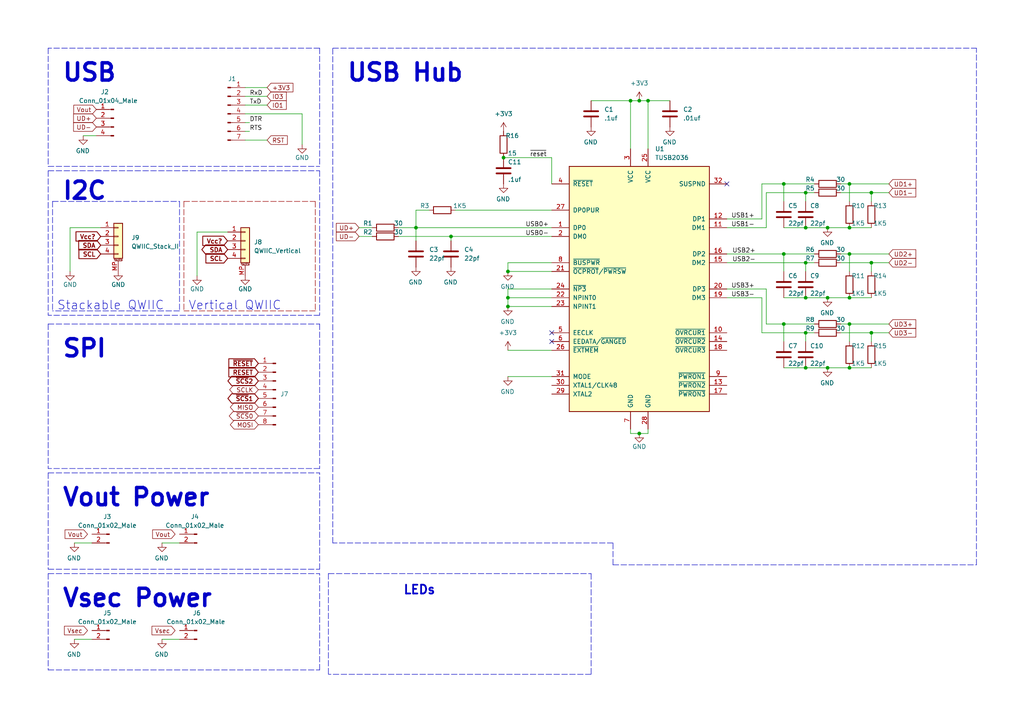
<source format=kicad_sch>
(kicad_sch (version 20211123) (generator eeschema)
  (paper "A4")
  (title_block (title "USB Hub") (rev "0.2.0") (company "The Nerd Mage"))
  (lib_symbols
    (symbol "Connector:Conn_01x02_Male" (pin_names (offset 1.016) hide)
      (property "Reference" "J" (at 0 2.54 0))
      (property "Value" "Conn_01x02_Male" (at 0 -5.08 0))
      (symbol "Conn_01x02_Male_1_1"
        (pin passive line (at 5.08 0 180) (length 3.81) (name "Pin_1") (number "1"))
        (pin passive line (at 5.08 -2.54 180) (length 3.81) (name "Pin_2") (number "2"))
      )
    )
    (symbol "Connector:Conn_01x04_Male" (pin_names (offset 1.016) hide)
      (property "Reference" "J" (at 0 5.08 0))
      (property "Value" "Conn_01x04_Male" (at 0 -7.62 0))
      (symbol "Conn_01x04_Male_1_1"
        (pin passive line (at 5.08 2.54 180) (length 3.81) (name "Pin_1") (number "1"))
        (pin passive line (at 5.08 0 180) (length 3.81) (name "Pin_2") (number "2"))
        (pin passive line (at 5.08 -2.54 180) (length 3.81) (name "Pin_3") (number "3"))
        (pin passive line (at 5.08 -5.08 180) (length 3.81) (name "Pin_4") (number "4"))
      )
    )
    (symbol "Connector:Conn_01x07_Male" (pin_names (offset 1.016) hide)
      (property "Reference" "J" (at 0 10.16 0))
      (property "Value" "Conn_01x07_Male" (at 0 -10.16 0))
      (symbol "Conn_01x07_Male_1_1"
        (pin passive line (at 5.08 7.62 180) (length 3.81) (name "Pin_1") (number "1"))
        (pin passive line (at 5.08 5.08 180) (length 3.81) (name "Pin_2") (number "2"))
        (pin passive line (at 5.08 2.54 180) (length 3.81) (name "Pin_3") (number "3"))
        (pin passive line (at 5.08 0 180) (length 3.81) (name "Pin_4") (number "4"))
        (pin passive line (at 5.08 -2.54 180) (length 3.81) (name "Pin_5") (number "5"))
        (pin passive line (at 5.08 -5.08 180) (length 3.81) (name "Pin_6") (number "6"))
        (pin passive line (at 5.08 -7.62 180) (length 3.81) (name "Pin_7") (number "7"))
      )
    )
    (symbol "Connector:Conn_01x08_Male" (pin_names (offset 1.016) hide)
      (property "Reference" "J" (at 0 10.16 0))
      (property "Value" "Conn_01x08_Male" (at 0 -12.7 0))
      (symbol "Conn_01x08_Male_1_1"
        (pin passive line (at 5.08 7.62 180) (length 3.81) (name "Pin_1") (number "1"))
        (pin passive line (at 5.08 5.08 180) (length 3.81) (name "Pin_2") (number "2"))
        (pin passive line (at 5.08 2.54 180) (length 3.81) (name "Pin_3") (number "3"))
        (pin passive line (at 5.08 0 180) (length 3.81) (name "Pin_4") (number "4"))
        (pin passive line (at 5.08 -2.54 180) (length 3.81) (name "Pin_5") (number "5"))
        (pin passive line (at 5.08 -5.08 180) (length 3.81) (name "Pin_6") (number "6"))
        (pin passive line (at 5.08 -7.62 180) (length 3.81) (name "Pin_7") (number "7"))
        (pin passive line (at 5.08 -10.16 180) (length 3.81) (name "Pin_8") (number "8"))
      )
    )
    (symbol "Connector_Generic_MountingPin:Conn_01x04_MountingPin" (pin_names (offset 1.016) hide)
      (property "Reference" "J" (at 0 5.08 0))
      (property "Value" "Conn_01x04_MountingPin" (at 1.27 -7.62 0))
      (symbol "Conn_01x04_MountingPin_1_1"
        (text "Mounting" (at 0 -6.731 0) (effects (font (size 0.381 0.381))))
        (pin passive line (at -5.08 2.54 0) (length 3.81) (name "Pin_1") (number "1"))
        (pin passive line (at -5.08 0 0) (length 3.81) (name "Pin_2") (number "2"))
        (pin passive line (at -5.08 -2.54 0) (length 3.81) (name "Pin_3") (number "3"))
        (pin passive line (at -5.08 -5.08 0) (length 3.81) (name "Pin_4") (number "4"))
        (pin passive line (at 0 -10.16 90) (length 3.048) (name "MountPin") (number "MP"))
      )
    )
    (symbol "Connector_QWIIC_Stackable:QWIIC_Stackable" (pin_names (offset 1.016) hide)
      (property "Reference" "J" (at 0 5.08 0))
      (property "Value" "QWIIC_Stackable" (at 1.27 -7.62 0))
      (symbol "QWIIC_Stackable_1_1"
        (text "Mounting" (at 0 -6.731 0) (effects (font (size 0.381 0.381))))
        (pin passive line (at -5.08 2.54 0) (length 3.81) (name "Pin_1") (number "1"))
        (pin passive line (at -5.08 0 0) (length 3.81) (name "Pin_2") (number "2"))
        (pin passive line (at -5.08 -2.54 0) (length 3.81) (name "Pin_3") (number "3"))
        (pin passive line (at -5.08 -5.08 0) (length 3.81) (name "Pin_4") (number "4"))
        (pin passive line (at 0 -10.16 90) (length 3.048) (name "MountPin") (number "MP"))
      )
    )
    (symbol "Device:C" (pin_numbers hide) (pin_names (offset 0.254))
      (property "Reference" "C" (at 0.635 2.54 0))
      (property "Value" "C" (at 0.635 -2.54 0))
      (symbol "C_1_1"
        (pin passive line (at 0 3.81 270) (length 2.794) (name "~") (number "1"))
        (pin passive line (at 0 -3.81 90) (length 2.794) (name "~") (number "2"))
      )
    )
    (symbol "Device:R" (pin_numbers hide) (pin_names (offset 0))
      (property "Reference" "R" (at 2.032 0 90))
      (property "Value" "R" (at 0 0 90))
      (symbol "R_1_1"
        (pin passive line (at 0 3.81 270) (length 1.27) (name "~") (number "1"))
        (pin passive line (at 0 -3.81 90) (length 1.27) (name "~") (number "2"))
      )
    )
    (symbol "Interface_USB:TUSB2036" (pin_names (offset 1.016))
      (property "Reference" "U" (at -19.05 36.83 0))
      (property "Value" "TUSB2036" (at 0 0 0))
      (symbol "TUSB2036_1_1"
        (pin bidirectional line (at -25.4 17.78 0) (length 5.08) (name "DP0") (number "1"))
        (pin input line (at 25.4 -12.7 180) (length 5.08) (name "~{OVRCUR1}") (number "10"))
        (pin bidirectional line (at 25.4 17.78 180) (length 5.08) (name "DM1") (number "11"))
        (pin bidirectional line (at 25.4 20.32 180) (length 5.08) (name "DP1") (number "12"))
        (pin output line (at 25.4 -27.94 180) (length 5.08) (name "~{PWRON2}") (number "13"))
        (pin input line (at 25.4 -15.24 180) (length 5.08) (name "~{OVRCUR2}") (number "14"))
        (pin bidirectional line (at 25.4 7.62 180) (length 5.08) (name "DM2") (number "15"))
        (pin bidirectional line (at 25.4 10.16 180) (length 5.08) (name "DP2") (number "16"))
        (pin output line (at 25.4 -30.48 180) (length 5.08) (name "~{PWRON3}") (number "17"))
        (pin input line (at 25.4 -17.78 180) (length 5.08) (name "~{OVRCUR3}") (number "18"))
        (pin bidirectional line (at 25.4 -2.54 180) (length 5.08) (name "DM3") (number "19"))
        (pin bidirectional line (at -25.4 15.24 0) (length 5.08) (name "DM0") (number "2"))
        (pin bidirectional line (at 25.4 0 180) (length 5.08) (name "DP3") (number "20"))
        (pin input line (at -25.4 5.08 0) (length 5.08) (name "~{OCPROT}/~{PWRSW}") (number "21"))
        (pin input line (at -25.4 -2.54 0) (length 5.08) (name "NPINT0") (number "22"))
        (pin input line (at -25.4 -5.08 0) (length 5.08) (name "NPINT1") (number "23"))
        (pin input line (at -25.4 0 0) (length 5.08) (name "~{NP3}") (number "24"))
        (pin power_in line (at 2.54 40.64 270) (length 5.08) (name "VCC") (number "25"))
        (pin input line (at -25.4 -17.78 0) (length 5.08) (name "~{EXTMEM}") (number "26"))
        (pin output line (at -25.4 22.86 0) (length 5.08) (name "DP0PUR") (number "27"))
        (pin power_in line (at 2.54 -40.64 90) (length 5.08) (name "GND") (number "28"))
        (pin output line (at -25.4 -30.48 0) (length 5.08) (name "XTAL2") (number "29"))
        (pin power_in line (at -2.54 40.64 270) (length 5.08) (name "VCC") (number "3"))
        (pin input line (at -25.4 -27.94 0) (length 5.08) (name "XTAL1/CLK48") (number "30"))
        (pin input line (at -25.4 -25.4 0) (length 5.08) (name "MODE") (number "31"))
        (pin output line (at 25.4 30.48 180) (length 5.08) (name "SUSPND") (number "32"))
        (pin input line (at -25.4 30.48 0) (length 5.08) (name "~{RESET}") (number "4"))
        (pin tri_state line (at -25.4 -12.7 0) (length 5.08) (name "EECLK") (number "5"))
        (pin bidirectional line (at -25.4 -15.24 0) (length 5.08) (name "EEDATA/~{GANGED}") (number "6"))
        (pin power_in line (at -2.54 -40.64 90) (length 5.08) (name "GND") (number "7"))
        (pin input line (at -25.4 7.62 0) (length 5.08) (name "~{BUSPWR}") (number "8"))
        (pin output line (at 25.4 -25.4 180) (length 5.08) (name "~{PWRON1}") (number "9"))
      )
    )
    (symbol "PGB1010603NR:PGB1010603NR" (pin_names hide)
      (property "Value" "PGB1010603NR" (at 10.16 -6.35 0))
      (property "Reference_1" "D" (at 12.7 8.89 0))
      (property "Value_1" "PGB1010603NR" (at 12.7 6.35 0))
      (symbol "PGB1010603NR_1_1"
        (pin passive line (at 0 0 0) (length 5.08) (name "1") (number "1"))
        (pin passive line (at 20.32 0 180) (length 5.08) (name "2") (number "2"))
      )
    )
    (symbol "power:+3V3" (power) (pin_names (offset 0))
      (property "Value" "+3V3" (at 0 3.556 0))
      (symbol "+3V3_1_1"
        (pin power_in line (at 0 0 90) (length 0) hide (name "+3V3") (number "1"))
      )
    )
    (symbol "power:GND" (power) (pin_names (offset 0))
      (property "Value" "GND" (at 0 -3.81 0))
      (symbol "GND_1_1"
        (pin power_in line (at 0 0 270) (length 0) hide (name "GND") (number "1"))
      )
    )
    (symbol "usb_c_receptacle_usb2.0:USB_C_Receptacle" (pin_names (offset 1.016))
      (property "Reference" "J" (at -10.16 19.05 0))
      (property "Value" "USB_C_Receptacle" (at 19.05 19.05 0))
      (symbol "USB_C_Receptacle_1_1"
        (pin passive line (at 0 -22.86 90) (length 5.08) (name "GND") (number "A1"))
        (pin passive line (at 0 -22.86 90) (length 5.08) hide (name "GND") (number "A12"))
        (pin passive line (at 15.24 15.24 180) (length 5.08) (name "VBUS") (number "A4"))
        (pin bidirectional line (at 15.24 10.16 180) (length 5.08) (name "CC1") (number "A5"))
        (pin bidirectional line (at 15.24 -2.54 180) (length 5.08) (name "D+") (number "A6"))
        (pin bidirectional line (at 15.24 2.54 180) (length 5.08) (name "D-") (number "A7"))
        (pin bidirectional line (at 15.24 -12.7 180) (length 5.08) (name "SBU1") (number "A8"))
        (pin passive line (at 15.24 15.24 180) (length 5.08) hide (name "VBUS") (number "A9"))
        (pin passive line (at 0 -22.86 90) (length 5.08) hide (name "GND") (number "B1"))
        (pin passive line (at 0 -22.86 90) (length 5.08) hide (name "GND") (number "B12"))
        (pin passive line (at 15.24 15.24 180) (length 5.08) hide (name "VBUS") (number "B4"))
        (pin bidirectional line (at 15.24 7.62 180) (length 5.08) (name "CC2") (number "B5"))
        (pin bidirectional line (at 15.24 -5.08 180) (length 5.08) (name "D+") (number "B6"))
        (pin bidirectional line (at 15.24 0 180) (length 5.08) (name "D-") (number "B7"))
        (pin bidirectional line (at 15.24 -15.24 180) (length 5.08) (name "SBU2") (number "B8"))
        (pin passive line (at 15.24 15.24 180) (length 5.08) hide (name "VBUS") (number "B9"))
        (pin passive line (at -7.62 -22.86 90) (length 5.08) (name "SHIELD") (number "S1"))
      )
    )
  )
  (junction (at 146.05 45.72))
  (junction (at 187.96 29.21))
  (junction (at 233.68 86.36))
  (junction (at 130.81 68.58))
  (junction (at 240.03 66.04))
  (junction (at 318.77 151.13))
  (junction (at 318.77 95.25))
  (junction (at 246.38 53.34))
  (junction (at 340.36 125.73))
  (junction (at 340.36 69.85))
  (junction (at 246.38 86.36))
  (junction (at 147.32 88.9))
  (junction (at 227.33 73.66))
  (junction (at 185.42 29.21))
  (junction (at 340.36 128.27))
  (junction (at 340.36 72.39))
  (junction (at 246.38 93.98))
  (junction (at 147.32 78.74))
  (junction (at 252.73 76.2))
  (junction (at 233.68 96.52))
  (junction (at 227.33 93.98))
  (junction (at 147.32 86.36))
  (junction (at 227.33 53.34))
  (junction (at 246.38 66.04))
  (junction (at 182.88 29.21))
  (junction (at 246.38 106.68))
  (junction (at 252.73 96.52))
  (junction (at 240.03 86.36))
  (junction (at 252.73 55.88))
  (junction (at 246.38 73.66))
  (junction (at 233.68 76.2))
  (junction (at 233.68 55.88))
  (junction (at 240.03 106.68))
  (junction (at 233.68 66.04))
  (junction (at 185.42 125.73))
  (junction (at 233.68 106.68))
  (junction (at 120.65 66.04))
  (no_connect (at 337.82 85.09))
  (no_connect (at 210.82 53.34))
  (no_connect (at 160.02 99.06))
  (no_connect (at 337.82 140.97))
  (no_connect (at 337.82 138.43))
  (no_connect (at 160.02 96.52))
  (no_connect (at 337.82 82.55))
  (wire (pts (xy 337.82 62.23) (xy 342.9 62.23)))
  (wire (pts (xy 147.32 83.82) (xy 147.32 86.36)))
  (wire (pts (xy 337.82 110.49) (xy 342.9 110.49)))
  (wire (pts (xy 243.84 53.34) (xy 246.38 53.34)))
  (wire (pts (xy 337.82 125.73) (xy 340.36 125.73)))
  (wire (pts (xy 233.68 55.88) (xy 233.68 58.42)))
  (wire (pts (xy 340.36 74.93) (xy 340.36 72.39)))
  (wire (pts (xy 246.38 93.98) (xy 257.81 93.98)))
  (wire (pts (xy 233.68 76.2) (xy 233.68 78.74)))
  (wire (pts (xy 147.32 88.9) (xy 160.02 88.9)))
  (wire (pts (xy 337.82 118.11) (xy 342.9 118.11)))
  (wire (pts (xy 318.77 95.25) (xy 318.77 97.79)))
  (polyline (pts (xy 95.25 166.37) (xy 171.45 166.37)))
  (wire (pts (xy 147.32 76.2) (xy 147.32 78.74)))
  (wire (pts (xy 71.12 25.4) (xy 77.47 25.4)))
  (wire (pts (xy 227.33 78.74) (xy 227.33 73.66)))
  (polyline (pts (xy 304.8 158.75) (xy 353.06 158.75)))
  (wire (pts (xy 252.73 76.2) (xy 252.73 78.74)))
  (wire (pts (xy 340.36 72.39) (xy 342.9 72.39)))
  (wire (pts (xy 187.96 125.73) (xy 185.42 125.73)))
  (wire (pts (xy 340.36 69.85) (xy 342.9 69.85)))
  (polyline (pts (xy 13.97 194.31) (xy 92.71 194.31)))
  (polyline (pts (xy 95.25 166.37) (xy 95.25 195.58)))
  (wire (pts (xy 182.88 29.21) (xy 182.88 43.18)))
  (wire (pts (xy 132.08 60.96) (xy 160.02 60.96)))
  (wire (pts (xy 340.36 125.73) (xy 342.9 125.73)))
  (wire (pts (xy 227.33 99.06) (xy 227.33 93.98)))
  (polyline (pts (xy 92.71 194.31) (xy 92.71 166.37)))
  (wire (pts (xy 210.82 73.66) (xy 227.33 73.66)))
  (polyline (pts (xy 92.71 91.44) (xy 13.97 91.44)))
  (polyline (pts (xy 53.34 58.42) (xy 91.44 58.42)) (stroke (width 0) (color 155 0 0 1)))
  (wire (pts (xy 222.25 66.04) (xy 222.25 55.88)))
  (wire (pts (xy 252.73 96.52) (xy 252.73 99.06)))
  (wire (pts (xy 210.82 86.36) (xy 220.98 86.36)))
  (wire (pts (xy 243.84 96.52) (xy 252.73 96.52)))
  (wire (pts (xy 222.25 83.82) (xy 222.25 93.98)))
  (wire (pts (xy 71.12 30.48) (xy 77.47 30.48)))
  (wire (pts (xy 147.32 86.36) (xy 160.02 86.36)))
  (wire (pts (xy 233.68 86.36) (xy 240.03 86.36)))
  (wire (pts (xy 246.38 53.34) (xy 257.81 53.34)))
  (wire (pts (xy 160.02 78.74) (xy 147.32 78.74)))
  (wire (pts (xy 187.96 29.21) (xy 194.31 29.21)))
  (wire (pts (xy 243.84 76.2) (xy 252.73 76.2)))
  (wire (pts (xy 29.21 66.04) (xy 20.32 66.04)))
  (wire (pts (xy 233.68 76.2) (xy 236.22 76.2)))
  (wire (pts (xy 240.03 86.36) (xy 246.38 86.36)))
  (wire (pts (xy 233.68 55.88) (xy 236.22 55.88)))
  (wire (pts (xy 182.88 125.73) (xy 182.88 124.46)))
  (polyline (pts (xy 53.34 58.42) (xy 53.34 90.17)) (stroke (width 0) (color 155 0 0 1)))
  (wire (pts (xy 130.81 68.58) (xy 160.02 68.58)))
  (wire (pts (xy 160.02 45.72) (xy 160.02 53.34)))
  (wire (pts (xy 337.82 128.27) (xy 340.36 128.27)))
  (polyline (pts (xy 13.97 49.53) (xy 92.71 49.53)))
  (wire (pts (xy 210.82 76.2) (xy 233.68 76.2)))
  (wire (pts (xy 318.77 151.13) (xy 318.77 153.67)))
  (polyline (pts (xy 13.97 166.37) (xy 92.71 166.37)))
  (wire (pts (xy 222.25 55.88) (xy 233.68 55.88)))
  (wire (pts (xy 147.32 86.36) (xy 147.32 88.9)))
  (polyline (pts (xy 353.06 13.97) (xy 353.06 158.75)))
  (wire (pts (xy 227.33 58.42) (xy 227.33 53.34)))
  (wire (pts (xy 182.88 29.21) (xy 185.42 29.21)))
  (wire (pts (xy 337.82 69.85) (xy 340.36 69.85)))
  (wire (pts (xy 252.73 55.88) (xy 257.81 55.88)))
  (polyline (pts (xy 92.71 93.98) (xy 92.71 135.89)))
  (wire (pts (xy 104.14 66.04) (xy 107.95 66.04)))
  (wire (pts (xy 171.45 29.21) (xy 182.88 29.21)))
  (polyline (pts (xy 171.45 195.58) (xy 95.25 195.58)))
  (wire (pts (xy 246.38 93.98) (xy 246.38 99.06)))
  (wire (pts (xy 210.82 63.5) (xy 220.98 63.5)))
  (wire (pts (xy 246.38 86.36) (xy 252.73 86.36)))
  (wire (pts (xy 222.25 93.98) (xy 227.33 93.98)))
  (polyline (pts (xy 15.24 58.42) (xy 52.07 58.42)))
  (wire (pts (xy 227.33 53.34) (xy 236.22 53.34)))
  (wire (pts (xy 318.77 151.13) (xy 322.58 151.13)))
  (wire (pts (xy 320.04 40.64) (xy 316.23 40.64)))
  (wire (pts (xy 314.96 151.13) (xy 318.77 151.13)))
  (wire (pts (xy 27.94 39.37) (xy 24.13 39.37)))
  (wire (pts (xy 227.33 73.66) (xy 236.22 73.66)))
  (wire (pts (xy 120.65 66.04) (xy 120.65 69.85)))
  (wire (pts (xy 187.96 124.46) (xy 187.96 125.73)))
  (wire (pts (xy 187.96 29.21) (xy 187.96 43.18)))
  (wire (pts (xy 252.73 55.88) (xy 252.73 58.42)))
  (wire (pts (xy 130.81 68.58) (xy 130.81 69.85)))
  (wire (pts (xy 160.02 76.2) (xy 147.32 76.2)))
  (polyline (pts (xy 96.52 157.48) (xy 96.52 13.97)))
  (polyline (pts (xy 92.71 13.97) (xy 13.97 13.97)))
  (polyline (pts (xy 91.44 58.42) (xy 91.44 90.17)) (stroke (width 0) (color 155 0 0 1)))
  (wire (pts (xy 66.04 69.85) (xy 65.9851 69.8684)))
  (polyline (pts (xy 15.24 58.42) (xy 15.24 90.17)))
  (wire (pts (xy 340.36 130.81) (xy 340.36 128.27)))
  (wire (pts (xy 71.12 40.64) (xy 77.47 40.64)))
  (polyline (pts (xy 96.52 13.97) (xy 283.21 13.97)))
  (wire (pts (xy 185.42 125.73) (xy 182.88 125.73)))
  (polyline (pts (xy 177.8 157.48) (xy 96.52 157.48)))
  (wire (pts (xy 340.36 123.19) (xy 340.36 125.73)))
  (wire (pts (xy 314.96 148.59) (xy 314.96 151.13)))
  (wire (pts (xy 87.63 33.02) (xy 71.12 33.02)))
  (wire (pts (xy 240.03 66.04) (xy 246.38 66.04)))
  (polyline (pts (xy 13.97 137.16) (xy 13.97 165.1)))
  (polyline (pts (xy 92.71 49.53) (xy 92.71 91.44)))
  (wire (pts (xy 46.99 157.48) (xy 52.07 157.48)))
  (wire (pts (xy 337.82 54.61) (xy 342.9 54.61)))
  (wire (pts (xy 322.58 148.59) (xy 322.58 151.13)))
  (wire (pts (xy 220.98 86.36) (xy 220.98 96.52)))
  (wire (pts (xy 21.59 157.48) (xy 26.67 157.48)))
  (wire (pts (xy 71.12 38.1) (xy 72.39 38.1)))
  (polyline (pts (xy 177.8 163.83) (xy 177.8 157.48)))
  (wire (pts (xy 252.73 76.2) (xy 257.81 76.2)))
  (wire (pts (xy 120.65 66.04) (xy 160.02 66.04)))
  (wire (pts (xy 337.82 74.93) (xy 340.36 74.93)))
  (polyline (pts (xy 13.97 93.98) (xy 92.71 93.98)))
  (wire (pts (xy 71.12 27.94) (xy 77.47 27.94)))
  (wire (pts (xy 57.15 67.31) (xy 57.15 80.01)))
  (wire (pts (xy 227.33 66.04) (xy 233.68 66.04)))
  (wire (pts (xy 220.98 96.52) (xy 233.68 96.52)))
  (polyline (pts (xy 13.97 166.37) (xy 13.97 194.31)))
  (wire (pts (xy 220.98 53.34) (xy 227.33 53.34)))
  (polyline (pts (xy 91.44 90.17) (xy 53.34 90.17)) (stroke (width 0) (color 155 0 0 1)))
  (wire (pts (xy 185.42 29.21) (xy 187.96 29.21)))
  (wire (pts (xy 340.36 128.27) (xy 342.9 128.27)))
  (wire (pts (xy 243.84 73.66) (xy 246.38 73.66)))
  (polyline (pts (xy 13.97 13.97) (xy 13.97 48.26)))
  (wire (pts (xy 147.32 83.82) (xy 160.02 83.82)))
  (wire (pts (xy 227.33 106.68) (xy 233.68 106.68)))
  (wire (pts (xy 337.82 72.39) (xy 340.36 72.39)))
  (wire (pts (xy 46.99 185.42) (xy 52.07 185.42)))
  (wire (pts (xy 322.58 92.71) (xy 322.58 95.25)))
  (polyline (pts (xy 13.97 137.16) (xy 92.71 137.16)))
  (wire (pts (xy 227.33 93.98) (xy 236.22 93.98)))
  (polyline (pts (xy 52.07 90.17) (xy 15.24 90.17)))
  (wire (pts (xy 233.68 66.04) (xy 240.03 66.04)))
  (wire (pts (xy 227.33 86.36) (xy 233.68 86.36)))
  (polyline (pts (xy 304.8 13.97) (xy 304.8 158.75)))
  (wire (pts (xy 246.38 66.04) (xy 252.73 66.04)))
  (wire (pts (xy 66.04 67.31) (xy 57.15 67.31)))
  (wire (pts (xy 246.38 106.68) (xy 252.73 106.68)))
  (wire (pts (xy 240.03 106.68) (xy 246.38 106.68)))
  (wire (pts (xy 120.65 60.96) (xy 120.65 66.04)))
  (wire (pts (xy 147.32 109.22) (xy 160.02 109.22)))
  (wire (pts (xy 337.82 115.57) (xy 342.9 115.57)))
  (wire (pts (xy 243.84 55.88) (xy 252.73 55.88)))
  (wire (pts (xy 243.84 93.98) (xy 246.38 93.98)))
  (wire (pts (xy 87.63 41.91) (xy 87.63 33.02)))
  (polyline (pts (xy 52.07 58.42) (xy 52.07 90.17)))
  (polyline (pts (xy 177.8 163.83) (xy 283.21 163.83)))
  (wire (pts (xy 160.02 101.6) (xy 147.32 101.6)))
  (wire (pts (xy 246.38 53.34) (xy 246.38 58.42)))
  (wire (pts (xy 337.82 67.31) (xy 340.36 67.31)))
  (wire (pts (xy 318.77 95.25) (xy 322.58 95.25)))
  (polyline (pts (xy 92.71 165.1) (xy 92.71 137.16)))
  (wire (pts (xy 20.32 66.04) (xy 20.32 78.74)))
  (wire (pts (xy 233.68 96.52) (xy 233.68 99.06)))
  (wire (pts (xy 337.82 59.69) (xy 342.9 59.69)))
  (wire (pts (xy 252.73 96.52) (xy 257.81 96.52)))
  (wire (pts (xy 337.82 130.81) (xy 340.36 130.81)))
  (wire (pts (xy 314.96 92.71) (xy 314.96 95.25)))
  (wire (pts (xy 246.38 73.66) (xy 257.81 73.66)))
  (wire (pts (xy 337.82 123.19) (xy 340.36 123.19)))
  (polyline (pts (xy 92.71 13.97) (xy 92.71 48.26)))
  (polyline (pts (xy 171.45 166.37) (xy 171.45 195.58)))
  (wire (pts (xy 246.38 73.66) (xy 246.38 78.74)))
  (wire (pts (xy 220.98 63.5) (xy 220.98 53.34)))
  (wire (pts (xy 115.57 68.58) (xy 130.81 68.58)))
  (polyline (pts (xy 13.97 93.98) (xy 13.97 135.89)))
  (wire (pts (xy 146.05 45.72) (xy 160.02 45.72)))
  (wire (pts (xy 210.82 66.04) (xy 222.25 66.04)))
  (wire (pts (xy 314.96 95.25) (xy 318.77 95.25)))
  (wire (pts (xy 71.12 35.56) (xy 72.39 35.56)))
  (polyline (pts (xy 283.21 163.83) (xy 283.21 13.97)))
  (wire (pts (xy 124.46 60.96) (xy 120.65 60.96)))
  (polyline (pts (xy 13.97 48.26) (xy 92.71 48.26)))
  (wire (pts (xy 233.68 106.68) (xy 240.03 106.68)))
  (wire (pts (xy 340.36 67.31) (xy 340.36 69.85)))
  (wire (pts (xy 233.68 96.52) (xy 236.22 96.52)))
  (wire (pts (xy 210.82 83.82) (xy 222.25 83.82)))
  (polyline (pts (xy 353.06 13.97) (xy 304.8 13.97)))
  (polyline (pts (xy 13.97 165.1) (xy 92.71 165.1)))
  (polyline (pts (xy 92.71 135.89) (xy 13.97 135.89)))
  (wire (pts (xy 21.59 185.42) (xy 26.67 185.42)))
  (wire (pts (xy 115.57 66.04) (xy 120.65 66.04)))
  (wire (pts (xy 104.14 68.58) (xy 107.95 68.58)))
  (polyline (pts (xy 13.97 49.53) (xy 13.97 91.44)))
  (text "USB out" (at 308.61 24.13 0) (effects (font (size 5 5) (thickness 1) bold) (justify left bottom)))
  (text "Vout Power" (at 17.78 147.32 0) (effects (font (size 5 5) (thickness 1) bold) (justify left bottom)))
  (text "I2C" (at 17.78 58.42 0) (effects (font (size 5 5) (thickness 1) bold) (justify left bottom)))
  (text "Stackable QWIIC" (at 16.51 90.17 0) (effects (font (size 2.54 2.54)) (justify left bottom)))
  (text "SPI" (at 17.78 104.14 0) (effects (font (size 5 5) (thickness 1) bold) (justify left bottom)))
  (text "Vsec Power" (at 17.78 176.53 0) (effects (font (size 5 5) (thickness 1) bold) (justify left bottom)))
  (text "USB" (at 17.78 24.13 0) (effects (font (size 5 5) (thickness 1) bold) (justify left bottom)))
  (text "USB Hub" (at 100.33 24.13 0) (effects (font (size 5 5) (thickness 1) bold) (justify left bottom)))
  (text "LCSC: C10677" (at 320.04 180.34 0) (effects (font (size 1.27 1.27) italic) (justify left bottom)))
  (text "Vertical QWIIC" (at 54.61 90.17 0) (effects (font (size 2.54 2.54)) (justify left bottom)))
  (text "LEDs" (at 116.84 172.72 180) (effects (font (size 2.54 2.54) (thickness 0.508) bold) (justify left bottom)))
  (label "USB0+" (at 152.4 66.04 0))
  (label "TxD" (at 72.39 30.48 0))
  (label "USB2+" (at 212.3902 73.66 0))
  (label "USB1+" (at 212.09 63.5 0))
  (label "~{reset}" (at 153.67 45.72 0))
  (label "USB1-" (at 212.09 66.04 0))
  (label "USB2-" (at 212.3902 76.2 0))
  (label "DTR" (at 72.39 35.56 0))
  (label "USB0-" (at 152.4 68.58 0))
  (label "RTS" (at 72.39 38.1 0))
  (label "RxD" (at 72.39 27.94 0))
  (label "USB3-" (at 212.09 86.36 0))
  (label "USB3+" (at 212.09 83.82 0))
  (global_label "UD2+" (shape input) (at 257.81 73.66 0) (property "Intersheet References" "${INTERSHEET_REFS}" (effects hide)))
  (global_label "UD3+" (shape input) (at 257.81 93.98 0) (property "Intersheet References" "${INTERSHEET_REFS}" (effects hide)))
  (global_label "Vbus" (shape input) (at 342.9 54.61 0) (property "Intersheet References" "${INTERSHEET_REFS}" (effects hide)))
  (global_label "UD+" (shape input) (at 104.14 66.04 180) (property "Intersheet References" "${INTERSHEET_REFS}" (effects hide)))
  (global_label "Vcc?" (shape input) (at 29.21 68.58 180) (effects (font (thickness 0.254) bold)) (property "Intersheet References" "${INTERSHEET_REFS}" (effects hide)))
  (global_label "Vout" (shape input) (at 27.94 31.75 180) (property "Intersheet References" "${INTERSHEET_REFS}" (effects hide)))
  (global_label "SCL" (shape input) (at 66.04 74.93 180) (effects (font (thickness 0.254) bold)) (property "Intersheet References" "${INTERSHEET_REFS}" (effects hide)))
  (global_label "UD-" (shape input) (at 104.14 68.58 180) (property "Intersheet References" "${INTERSHEET_REFS}" (effects hide)))
  (global_label "~{SCS}0" (shape bidirectional) (at 74.93 120.65 180) (property "Intersheet References" "${INTERSHEET_REFS}" (effects hide)))
  (global_label "SDA" (shape bidirectional) (at 66.04 72.39 180) (effects (font bold)) (property "Intersheet References" "${INTERSHEET_REFS}" (effects hide)))
  (global_label "Vout" (shape input) (at 25.4 154.94 180) (property "Intersheet References" "${INTERSHEET_REFS}" (effects hide)))
  (global_label "MOSI" (shape bidirectional) (at 74.93 123.19 180) (property "Intersheet References" "${INTERSHEET_REFS}" (effects hide)))
  (global_label "IO3" (shape input) (at 77.47 27.94 0) (property "Intersheet References" "${INTERSHEET_REFS}" (effects hide)))
  (global_label "UD+" (shape input) (at 317.5 196.85 180) (property "Intersheet References" "${INTERSHEET_REFS}" (effects hide)))
  (global_label "CC32" (shape input) (at 342.9 118.11 0) (property "Intersheet References" "${INTERSHEET_REFS}" (effects hide)))
  (global_label "Vout" (shape input) (at 50.8 154.94 180) (property "Intersheet References" "${INTERSHEET_REFS}" (effects hide)))
  (global_label "Vsec" (shape input) (at 25.4 182.88 180) (property "Intersheet References" "${INTERSHEET_REFS}" (effects hide)))
  (global_label "IO1" (shape input) (at 77.47 30.48 0) (property "Intersheet References" "${INTERSHEET_REFS}" (effects hide)))
  (global_label "CC1" (shape input) (at 317.5 207.01 180) (property "Intersheet References" "${INTERSHEET_REFS}" (effects hide)))
  (global_label "UD2+" (shape input) (at 342.9 72.39 0) (property "Intersheet References" "${INTERSHEET_REFS}" (effects hide)))
  (global_label "UD2-" (shape input) (at 342.9 69.85 0) (property "Intersheet References" "${INTERSHEET_REFS}" (effects hide)))
  (global_label "UD-" (shape input) (at 27.94 36.83 180) (property "Intersheet References" "${INTERSHEET_REFS}" (effects hide)))
  (global_label "UD3+" (shape input) (at 342.9 128.27 0) (property "Intersheet References" "${INTERSHEET_REFS}" (effects hide)))
  (global_label "~{RESET}" (shape input) (at 74.93 105.41 180) (effects (font (thickness 0.254) bold)) (property "Intersheet References" "${INTERSHEET_REFS}" (effects hide)))
  (global_label "SCLK" (shape bidirectional) (at 74.93 113.03 180) (property "Intersheet References" "${INTERSHEET_REFS}" (effects hide)))
  (global_label "UD3-" (shape input) (at 342.9 125.73 0) (property "Intersheet References" "${INTERSHEET_REFS}" (effects hide)))
  (global_label "UD1+" (shape input) (at 320.04 35.56 180) (property "Intersheet References" "${INTERSHEET_REFS}" (effects hide)))
  (global_label "UD-" (shape input) (at 317.5 186.69 180) (property "Intersheet References" "${INTERSHEET_REFS}" (effects hide)))
  (global_label "UD1+" (shape input) (at 257.81 53.34 0) (property "Intersheet References" "${INTERSHEET_REFS}" (effects hide)))
  (global_label "CC22" (shape input) (at 342.9 62.23 0) (property "Intersheet References" "${INTERSHEET_REFS}" (effects hide)))
  (global_label "UD3-" (shape input) (at 257.81 96.52 0) (property "Intersheet References" "${INTERSHEET_REFS}" (effects hide)))
  (global_label "CC2" (shape input) (at 317.5 217.17 180) (property "Intersheet References" "${INTERSHEET_REFS}" (effects hide)))
  (global_label "SDA" (shape input) (at 29.21 71.12 180) (effects (font bold)) (property "Intersheet References" "${INTERSHEET_REFS}" (effects hide)))
  (global_label "UD2-" (shape input) (at 257.81 76.2 0) (property "Intersheet References" "${INTERSHEET_REFS}" (effects hide)))
  (global_label "CC31" (shape input) (at 342.9 115.57 0) (property "Intersheet References" "${INTERSHEET_REFS}" (effects hide)))
  (global_label "CC21" (shape input) (at 342.9 59.69 0) (property "Intersheet References" "${INTERSHEET_REFS}" (effects hide)))
  (global_label "Vbus" (shape input) (at 320.04 33.02 180) (property "Intersheet References" "${INTERSHEET_REFS}" (effects hide)))
  (global_label "UD1-" (shape input) (at 257.81 55.88 0) (property "Intersheet References" "${INTERSHEET_REFS}" (effects hide)))
  (global_label "Vcc?" (shape input) (at 65.9851 69.8684 180) (effects (font (thickness 0.254) bold)) (property "Intersheet References" "${INTERSHEET_REFS}" (effects hide)))
  (global_label "~{SCS}2" (shape bidirectional) (at 74.93 110.49 180) (effects (font (thickness 0.254) bold)) (property "Intersheet References" "${INTERSHEET_REFS}" (effects hide)))
  (global_label "+3V3" (shape input) (at 77.47 25.4 0) (property "Intersheet References" "${INTERSHEET_REFS}" (effects hide)))
  (global_label "~{SCS}1" (shape bidirectional) (at 74.93 115.57 180) (effects (font (thickness 0.254) bold)) (property "Intersheet References" "${INTERSHEET_REFS}" (effects hide)))
  (global_label "UD1-" (shape input) (at 320.04 38.1 180) (property "Intersheet References" "${INTERSHEET_REFS}" (effects hide)))
  (global_label "SCL" (shape input) (at 29.21 73.66 180) (effects (font (thickness 0.254) bold)) (property "Intersheet References" "${INTERSHEET_REFS}" (effects hide)))
  (global_label "Vbus" (shape input) (at 342.9 110.49 0) (property "Intersheet References" "${INTERSHEET_REFS}" (effects hide)))
  (global_label "MISO" (shape bidirectional) (at 74.93 118.11 180) (property "Intersheet References" "${INTERSHEET_REFS}" (effects hide)))
  (global_label "Vsec" (shape input) (at 50.8 182.88 180) (property "Intersheet References" "${INTERSHEET_REFS}" (effects hide)))
  (global_label "RESET" (shape input) (at 74.93 107.95 180) (effects (font (thickness 0.254) bold)) (property "Intersheet References" "${INTERSHEET_REFS}" (effects hide)))
  (global_label "UD+" (shape input) (at 27.94 34.29 180) (property "Intersheet References" "${INTERSHEET_REFS}" (effects hide)))
  (global_label "RST" (shape input) (at 77.47 40.64 0) (property "Intersheet References" "${INTERSHEET_REFS}" (effects hide)))
  (symbol (lib_id "Device:C") (at 120.65 73.66 0) (unit 1)
    (property "Reference" "C3" (at 124.46 72.3899 0) (effects (justify left)))
    (property "Value" "22pf" (at 124.46 74.9299 0) (effects (justify left)))
    (property "Footprint" "Capacitor_SMD:C_0603_1608Metric" (effects hide))
  )
  (symbol (lib_id "Device:R") (at 128.27 60.96 90) (unit 1)
    (property "Reference" "R3" (at 123.19 59.69 90))
    (property "Value" "1K5" (at 133.35 59.69 90))
    (property "Footprint" "Resistor_SMD:R_0603_1608Metric" (effects hide))
  )
  (symbol (lib_id "Device:R") (at 240.03 96.52 90) (unit 1)
    (property "Reference" "R9" (at 234.95 95.25 90))
    (property "Value" "30" (at 243.84 95.25 90))
    (property "Footprint" "Resistor_SMD:R_0603_1608Metric" (effects hide))
  )
  (symbol (lib_id "Device:C") (at 194.31 33.02 0) (unit 1)
    (property "Reference" "C2" (at 198.12 31.7499 0) (effects (justify left)))
    (property "Value" ".01uf" (at 198.12 34.2899 0) (effects (justify left)))
    (property "Footprint" "Capacitor_SMD:C_0603_1608Metric" (effects hide))
  )
  (symbol (lib_id "power:GND") (at 147.32 78.74 0) (mirror y) (unit 1)
    (property "Reference" "#PWR?" (effects hide))
    (property "Value" "GND" (at 147.193 83.1342 0))
  )
  (symbol (lib_id "power:GND") (at 130.81 77.47 0) (mirror y) (unit 1)
    (property "Reference" "#PWR0119" (effects hide))
    (property "Value" "GND" (at 130.683 81.8642 0))
  )
  (symbol (lib_id "PGB1010603NR:PGB1010603NR") (at 317.5 207.01 0) (unit 1) (on_board no)
    (property "Reference" "D3" (at 327.66 203.2 0))
    (property "Value" "PGB1010603NR" (at 327.66 210.82 0))
    (property "Footprint" "Tinker:PGB1010603NRHF" (effects hide))
    (property "Reference_1" "D" (effects hide))
    (property "Value_1" "PGB1010603NR" (effects hide))
    (property "Footprint_1" "PGB1010603NRHF" (effects hide))
    (property "Datasheet_1" "https://www.littelfuse.com/data/en/data_sheets/littelfuse_pulseguard-esd_pgb1.pdf" (effects hide))
    (property "Height" "0.36" (effects hide))
    (property "Manufacturer_Name" "LITTELFUSE" (effects hide))
    (property "Manufacturer_Part_Number" "PGB1010603NR" (effects hide))
    (property "Mouser Part Number" "576-PGB1010603NR" (effects hide))
    (property "Mouser Price/Stock" "https://www.mouser.co.uk/ProductDetail/Littelfuse/PGB1010603NR?qs=gu7KAQ731UTJOoBJUwB8FA%3D%3D" (effects hide))
    (property "Arrow Part Number" "PGB1010603NR" (effects hide))
    (property "Arrow Price/Stock" "https://www.arrow.com/en/products/pgb1010603nr/littelfuse?region=nac" (effects hide))
    (property "LCSC" "C10677" (effects hide))
    (property "DigiKey" "F3591CT-ND" (effects hide))
  )
  (symbol (lib_id "power:GND") (at 318.77 151.13 0) (unit 1)
    (property "Reference" "#PWR0115" (effects hide))
    (property "Value" "GND" (at 318.77 156.21 0))
  )
  (symbol (lib_id "power:GND") (at 147.32 88.9 0) (mirror y) (unit 1)
    (property "Reference" "#PWR0122" (effects hide))
    (property "Value" "GND" (at 147.193 93.2942 0))
  )
  (symbol (lib_id "power:GND") (at 337.82 217.17 0) (unit 1)
    (property "Reference" "#PWR0109" (effects hide))
    (property "Value" "GND" (at 337.82 220.98 0))
  )
  (symbol (lib_id "Connector:Conn_01x02_Male") (at 31.75 154.94 0) (mirror y) (unit 1)
    (property "Reference" "J3" (at 31.115 149.86 0))
    (property "Value" "Conn_01x02_Male" (at 31.115 152.4 0))
    (property "Footprint" "Tinker:Board_Stacker_2" (effects hide))
    (property "LCSC" "C2938400 + C2881511" (effects hide))
  )
  (symbol (lib_id "Device:R") (at 252.73 62.23 0) (unit 1)
    (property "Reference" "R13" (at 255.27 59.69 0))
    (property "Value" "1K5" (at 255.27 64.77 0))
    (property "Footprint" "Resistor_SMD:R_0603_1608Metric" (effects hide))
  )
  (symbol (lib_id "power:GND") (at 120.65 77.47 0) (mirror y) (unit 1)
    (property "Reference" "#PWR0121" (effects hide))
    (property "Value" "GND" (at 120.523 81.8642 0))
  )
  (symbol (lib_id "Device:R") (at 240.03 76.2 90) (unit 1)
    (property "Reference" "R7" (at 234.95 74.93 90))
    (property "Value" "30" (at 243.84 74.93 90))
    (property "Footprint" "Resistor_SMD:R_0603_1608Metric" (effects hide))
  )
  (symbol (lib_id "power:GND") (at 194.31 36.83 0) (mirror y) (unit 1)
    (property "Reference" "#PWR0118" (effects hide))
    (property "Value" "GND" (at 194.183 41.2242 0))
  )
  (symbol (lib_id "power:GND") (at 24.13 39.37 0) (mirror y) (unit 1)
    (property "Reference" "#PWR0106" (effects hide))
    (property "Value" "GND" (at 24.003 43.7642 0))
  )
  (symbol (lib_id "Connector:Conn_01x02_Male") (at 57.15 154.94 0) (mirror y) (unit 1)
    (property "Reference" "J4" (at 56.515 149.86 0))
    (property "Value" "Conn_01x02_Male" (at 56.515 152.4 0))
    (property "Footprint" "Tinker:Board_Stacker_2" (effects hide))
    (property "LCSC" "C2938400 + C2881511" (effects hide))
  )
  (symbol (lib_id "Device:C") (at 130.81 73.66 0) (unit 1)
    (property "Reference" "C4" (at 134.62 72.3899 0) (effects (justify left)))
    (property "Value" "22pf" (at 134.62 74.9299 0) (effects (justify left)))
    (property "Footprint" "Capacitor_SMD:C_0603_1608Metric" (effects hide))
  )
  (symbol (lib_id "power:GND") (at 57.15 80.01 0) (unit 1)
    (property "Reference" "#PWR0107" (effects hide))
    (property "Value" "GND" (at 57.15 83.82 0))
  )
  (symbol (lib_id "Device:R") (at 252.73 102.87 0) (unit 1)
    (property "Reference" "R15" (at 255.27 100.33 0))
    (property "Value" "1K5" (at 255.27 105.41 0))
    (property "Footprint" "Resistor_SMD:R_0603_1608Metric" (effects hide))
  )
  (symbol (lib_id "power:GND") (at 337.82 207.01 0) (unit 1)
    (property "Reference" "#PWR0111" (effects hide))
    (property "Value" "GND" (at 337.947 211.4042 0))
  )
  (symbol (lib_id "power:GND") (at 87.63 41.91 0) (unit 1)
    (property "Reference" "#PWR0103" (effects hide))
    (property "Value" "GND" (at 87.63 45.72 0))
  )
  (symbol (lib_id "Device:R") (at 246.38 62.23 0) (unit 1)
    (property "Reference" "R10" (at 248.92 59.69 0))
    (property "Value" "1K5" (at 248.92 64.77 0))
    (property "Footprint" "Resistor_SMD:R_0603_1608Metric" (effects hide))
  )
  (symbol (lib_id "Device:R") (at 146.05 41.91 0) (unit 1)
    (property "Reference" "R16" (at 148.59 39.37 0))
    (property "Value" "15" (at 148.59 44.45 0))
    (property "Footprint" "Resistor_SMD:R_0603_1608Metric" (effects hide))
  )
  (symbol (lib_id "power:GND") (at 316.23 40.64 0) (mirror y) (unit 1)
    (property "Reference" "#PWR0114" (effects hide))
    (property "Value" "GND" (at 316.103 45.0342 0))
  )
  (symbol (lib_id "Device:C") (at 233.68 102.87 0) (unit 1)
    (property "Reference" "C10" (at 234.95 100.33 0) (effects (justify left)))
    (property "Value" "22pf" (at 234.95 105.41 0) (effects (justify left)))
    (property "Footprint" "Capacitor_SMD:C_0603_1608Metric" (effects hide))
  )
  (symbol (lib_id "power:GND") (at 147.32 109.22 0) (mirror y) (unit 1)
    (property "Reference" "#PWR0125" (effects hide))
    (property "Value" "GND" (at 147.193 113.6142 0))
  )
  (symbol (lib_id "Device:R") (at 111.76 66.04 90) (unit 1)
    (property "Reference" "R1" (at 106.68 64.77 90))
    (property "Value" "30" (at 115.57 64.77 90))
    (property "Footprint" "Resistor_SMD:R_0603_1608Metric" (effects hide))
  )
  (symbol (lib_id "Device:C") (at 146.05 49.53 0) (unit 1)
    (property "Reference" "C11" (at 147.32 46.99 0) (effects (justify left)))
    (property "Value" ".1uf" (at 147.32 52.07 0) (effects (justify left)))
    (property "Footprint" "Capacitor_SMD:C_0603_1608Metric" (effects hide))
  )
  (symbol (lib_id "Connector_Generic_MountingPin:Conn_01x04_MountingPin") (at 71.12 69.85 0) (unit 1) (in_bom no) (on_board no)
    (property "Reference" "J8" (at 73.66 70.2055 0) (effects (justify left)))
    (property "Value" "QWIIC_Vertical" (at 73.66 72.7455 0) (effects (justify left)))
    (property "Footprint" "Tinker:QWIIC_Vertical" (effects hide))
    (property "LCSC" "C145961" (effects hide))
  )
  (symbol (lib_id "power:GND") (at 21.59 157.48 0) (mirror y) (unit 1)
    (property "Reference" "#PWR0104" (effects hide))
    (property "Value" "GND" (at 21.463 161.8742 0))
  )
  (symbol (lib_id "power:GND") (at 240.03 86.36 0) (mirror y) (unit 1)
    (property "Reference" "#PWR0127" (effects hide))
    (property "Value" "GND" (at 239.903 90.7542 0))
  )
  (symbol (lib_id "power:GND") (at 185.42 125.73 0) (unit 1)
    (property "Reference" "#PWR0116" (effects hide))
    (property "Value" "GND" (at 185.42 129.54 0))
  )
  (symbol (lib_id "power:GND") (at 146.05 53.34 0) (mirror y) (unit 1)
    (property "Reference" "#PWR0130" (effects hide))
    (property "Value" "GND" (at 145.923 57.7342 0))
  )
  (symbol (lib_id "power:+3V3") (at 146.05 38.1 0) (unit 1)
    (property "Reference" "#PWR0129" (effects hide))
    (property "Value" "+3V3" (at 146.05 33.02 0))
  )
  (symbol (lib_id "power:GND") (at 240.03 66.04 0) (mirror y) (unit 1)
    (property "Reference" "#PWR0126" (effects hide))
    (property "Value" "GND" (at 239.903 70.4342 0))
  )
  (symbol (lib_id "Device:R") (at 240.03 73.66 90) (unit 1)
    (property "Reference" "R6" (at 234.95 72.39 90))
    (property "Value" "30" (at 243.84 72.39 90))
    (property "Footprint" "Resistor_SMD:R_0603_1608Metric" (effects hide))
  )
  (symbol (lib_id "Connector:Conn_01x04_Male") (at 325.12 35.56 0) (mirror y) (unit 1) (in_bom no)
    (property "Reference" "J10" (at 321.31 27.94 0) (effects (justify right)))
    (property "Value" "Conn_01x04_Male" (at 314.96 30.48 0) (effects (justify right)))
    (property "Footprint" "Tinker:PinHeader_1x04_P1.27mm_Vertical_SMD_Pin1Right" (effects hide))
  )
  (symbol (lib_id "power:+3V3") (at 147.32 101.6 0) (unit 1)
    (property "Reference" "#PWR0131" (effects hide))
    (property "Value" "+3V3" (at 147.32 96.52 0))
  )
  (symbol (lib_id "power:GND") (at 46.99 185.42 0) (mirror y) (unit 1)
    (property "Reference" "#PWR0101" (effects hide))
    (property "Value" "GND" (at 46.863 189.8142 0))
  )
  (symbol (lib_id "power:GND") (at 171.45 36.83 0) (mirror y) (unit 1)
    (property "Reference" "#PWR0117" (effects hide))
    (property "Value" "GND" (at 171.323 41.2242 0))
  )
  (symbol (lib_id "power:GND") (at 46.99 157.48 0) (mirror y) (unit 1)
    (property "Reference" "#PWR0102" (effects hide))
    (property "Value" "GND" (at 46.863 161.8742 0))
  )
  (symbol (lib_id "Device:R") (at 246.38 102.87 0) (unit 1)
    (property "Reference" "R12" (at 248.92 100.33 0))
    (property "Value" "1K5" (at 248.92 105.41 0))
    (property "Footprint" "Resistor_SMD:R_0603_1608Metric" (effects hide))
  )
  (symbol (lib_id "Device:C") (at 171.45 33.02 0) (unit 1)
    (property "Reference" "C1" (at 175.26 31.7499 0) (effects (justify left)))
    (property "Value" ".1uf" (at 175.26 34.2899 0) (effects (justify left)))
    (property "Footprint" "Capacitor_SMD:C_0603_1608Metric" (effects hide))
  )
  (symbol (lib_id "power:GND") (at 21.59 185.42 0) (mirror y) (unit 1)
    (property "Reference" "#PWR0120" (effects hide))
    (property "Value" "GND" (at 21.463 189.8142 0))
  )
  (symbol (lib_id "Connector:Conn_01x07_Male") (at 66.04 33.02 0) (unit 1) (in_bom no) (on_board no)
    (property "Reference" "J1" (at 67.31 22.86 0))
    (property "Value" "Conn_01x07_Male" (effects hide))
    (property "Footprint" "Tinker:Board_Stacker_7" (effects hide))
    (property "Note" "Footprint only" (effects hide))
  )
  (symbol (lib_id "Device:R") (at 240.03 55.88 90) (unit 1)
    (property "Reference" "R5" (at 234.95 54.61 90))
    (property "Value" "30" (at 243.84 54.61 90))
    (property "Footprint" "Resistor_SMD:R_0603_1608Metric" (effects hide))
  )
  (symbol (lib_id "power:GND") (at 318.77 95.25 0) (unit 1)
    (property "Reference" "#PWR0112" (effects hide))
    (property "Value" "GND" (at 318.77 100.33 0))
  )
  (symbol (lib_id "usb_c_receptacle_usb2.0:USB_C_Receptacle") (at 322.58 69.85 0) (unit 1)
    (property "Reference" "J11" (at 312.42 48.26 0) (effects (justify left)))
    (property "Value" "USB_C_Receptacle" (at 330.2 50.8 0) (effects (justify right)))
    (property "Footprint" "Tinker:USB_C_Receptacle_HRO_TYPE-C-NARROW" (effects hide))
    (property "Datasheet" "https://www.usb.org/sites/default/files/documents/usb_type-c.zip" (effects hide))
    (property "LCSC" "C2765186" (effects hide))
  )
  (symbol (lib_id "Device:R") (at 240.03 93.98 90) (unit 1)
    (property "Reference" "R8" (at 234.95 92.71 90))
    (property "Value" "30" (at 243.84 92.71 90))
    (property "Footprint" "Resistor_SMD:R_0603_1608Metric" (effects hide))
  )
  (symbol (lib_id "Connector_QWIIC_Stackable:QWIIC_Stackable") (at 34.29 68.58 0) (unit 1)
    (property "Reference" "J9" (at 38.1 68.9355 0) (effects (justify left)))
    (property "Value" "QWIIC_Stack_II" (at 38.1 71.4755 0) (effects (justify left)))
    (property "Footprint" "Tinker:QWIIC_Stack_II" (effects hide))
    (property "LCSC" "C145956 + C2938401 + C2881513" (effects hide))
  )
  (symbol (lib_id "power:GND") (at 337.82 186.69 0) (unit 1)
    (property "Reference" "#PWR0110" (effects hide))
    (property "Value" "GND" (at 337.947 191.0842 0))
  )
  (symbol (lib_id "power:GND") (at 337.82 196.85 0) (unit 1)
    (property "Reference" "#PWR0108" (effects hide))
    (property "Value" "GND" (at 337.947 201.2442 0))
  )
  (symbol (lib_id "usb_c_receptacle_usb2.0:USB_C_Receptacle") (at 322.58 125.73 0) (unit 1)
    (property "Reference" "J12" (at 312.42 104.14 0) (effects (justify left)))
    (property "Value" "USB_C_Receptacle" (at 330.2 106.68 0) (effects (justify right)))
    (property "Footprint" "Tinker:USB_C_Receptacle_HRO_TYPE-C-NARROW" (effects hide))
    (property "Datasheet" "https://www.usb.org/sites/default/files/documents/usb_type-c.zip" (effects hide))
    (property "LCSC" "C2765186" (effects hide))
  )
  (symbol (lib_id "Connector:Conn_01x02_Male") (at 57.15 182.88 0) (mirror y) (unit 1)
    (property "Reference" "J6" (at 55.88 177.8 0) (effects (justify right)))
    (property "Value" "Conn_01x02_Male" (at 48.26 180.34 0) (effects (justify right)))
    (property "Footprint" "Tinker:Board_Stacker_2" (effects hide))
    (property "LCSC" "C2938400 + C2881511" (effects hide))
  )
  (symbol (lib_id "Device:R") (at 111.76 68.58 90) (unit 1)
    (property "Reference" "R2" (at 106.68 67.31 90))
    (property "Value" "30" (at 115.57 67.31 90))
    (property "Footprint" "Resistor_SMD:R_0603_1608Metric" (effects hide))
  )
  (symbol (lib_id "Interface_USB:TUSB2036") (at 185.42 83.82 0) (unit 1)
    (property "Reference" "U1" (at 189.9794 43.18 0) (effects (justify left)))
    (property "Value" "TUSB2036" (at 189.9794 45.72 0) (effects (justify left)))
    (property "Footprint" "Package_QFP:LQFP-32_7x7mm_P0.8mm" (effects hide))
    (property "Datasheet" "http://www.ti.com/lit/ds/symlink/tusb2036.pdf" (effects hide))
  )
  (symbol (lib_id "Device:R") (at 252.73 82.55 0) (unit 1)
    (property "Reference" "R14" (at 255.27 80.01 0))
    (property "Value" "1K5" (at 255.27 85.09 0))
    (property "Footprint" "Resistor_SMD:R_0603_1608Metric" (effects hide))
  )
  (symbol (lib_id "Device:R") (at 240.03 53.34 90) (unit 1)
    (property "Reference" "R4" (at 234.95 52.07 90))
    (property "Value" "30" (at 243.84 52.07 90))
    (property "Footprint" "Resistor_SMD:R_0603_1608Metric" (effects hide))
  )
  (symbol (lib_id "Device:R") (at 246.38 82.55 0) (unit 1)
    (property "Reference" "R11" (at 248.92 80.01 0))
    (property "Value" "1K5" (at 248.92 85.09 0))
    (property "Footprint" "Resistor_SMD:R_0603_1608Metric" (effects hide))
  )
  (symbol (lib_id "Device:C") (at 233.68 62.23 0) (unit 1)
    (property "Reference" "C8" (at 234.95 59.69 0) (effects (justify left)))
    (property "Value" "22pf" (at 234.95 64.77 0) (effects (justify left)))
    (property "Footprint" "Capacitor_SMD:C_0603_1608Metric" (effects hide))
  )
  (symbol (lib_id "Device:C") (at 227.33 102.87 0) (unit 1)
    (property "Reference" "C7" (at 228.6 100.33 0) (effects (justify left)))
    (property "Value" "22pf" (at 228.6 105.41 0) (effects (justify left)))
    (property "Footprint" "Capacitor_SMD:C_0603_1608Metric" (effects hide))
  )
  (symbol (lib_id "power:GND") (at 34.29 78.74 0) (unit 1)
    (property "Reference" "#PWR0123" (effects hide))
    (property "Value" "GND" (at 34.29 82.55 0))
  )
  (symbol (lib_id "Connector:Conn_01x08_Male") (at 80.01 113.03 0) (mirror y) (unit 1)
    (property "Reference" "J7" (at 81.28 114.2999 0) (effects (justify right)))
    (property "Value" "Conn_01x08_Male" (effects hide))
    (property "Footprint" "Tinker:PinHeader_2x04_P1.27mm_Vertical" (effects hide))
    (property "LCSC" "C2881786 + C2684732" (effects hide))
  )
  (symbol (lib_id "PGB1010603NR:PGB1010603NR") (at 317.5 196.85 0) (unit 1) (on_board no)
    (property "Reference" "D2" (at 327.66 193.04 0))
    (property "Value" "PGB1010603NR" (at 327.66 200.66 0))
    (property "Footprint" "Tinker:PGB1010603NRHF" (effects hide))
    (property "Reference_1" "D" (effects hide))
    (property "Value_1" "PGB1010603NR" (effects hide))
    (property "Footprint_1" "PGB1010603NRHF" (effects hide))
    (property "Datasheet_1" "https://www.littelfuse.com/data/en/data_sheets/littelfuse_pulseguard-esd_pgb1.pdf" (effects hide))
    (property "Height" "0.36" (effects hide))
    (property "Manufacturer_Name" "LITTELFUSE" (effects hide))
    (property "Manufacturer_Part_Number" "PGB1010603NR" (effects hide))
    (property "Mouser Part Number" "576-PGB1010603NR" (effects hide))
    (property "Mouser Price/Stock" "https://www.mouser.co.uk/ProductDetail/Littelfuse/PGB1010603NR?qs=gu7KAQ731UTJOoBJUwB8FA%3D%3D" (effects hide))
    (property "Arrow Part Number" "PGB1010603NR" (effects hide))
    (property "Arrow Price/Stock" "https://www.arrow.com/en/products/pgb1010603nr/littelfuse?region=nac" (effects hide))
    (property "LCSC" "C10677" (effects hide))
    (property "DigiKey" "F3591CT-ND" (effects hide))
  )
  (symbol (lib_id "Device:C") (at 233.68 82.55 0) (unit 1)
    (property "Reference" "C9" (at 234.95 80.01 0) (effects (justify left)))
    (property "Value" "22pf" (at 234.95 85.09 0) (effects (justify left)))
    (property "Footprint" "Capacitor_SMD:C_0603_1608Metric" (effects hide))
  )
  (symbol (lib_id "power:GND") (at 240.03 106.68 0) (mirror y) (unit 1)
    (property "Reference" "#PWR0128" (effects hide))
    (property "Value" "GND" (at 239.903 111.0742 0))
  )
  (symbol (lib_id "power:GND") (at 71.12 80.01 0) (unit 1)
    (property "Reference" "#PWR0105" (effects hide))
    (property "Value" "GND" (at 71.12 83.82 0))
  )
  (symbol (lib_id "Device:C") (at 227.33 82.55 0) (unit 1)
    (property "Reference" "C6" (at 228.6 80.01 0) (effects (justify left)))
    (property "Value" "22pf" (at 228.6 85.09 0) (effects (justify left)))
    (property "Footprint" "Capacitor_SMD:C_0603_1608Metric" (effects hide))
  )
  (symbol (lib_id "PGB1010603NR:PGB1010603NR") (at 317.5 217.17 0) (unit 1) (on_board no)
    (property "Reference" "D4" (at 327.66 213.36 0))
    (property "Value" "PGB1010603NR" (at 327.66 220.98 0))
    (property "Footprint" "Tinker:PGB1010603NRHF" (effects hide))
    (property "Reference_1" "D" (effects hide))
    (property "Value_1" "PGB1010603NR" (effects hide))
    (property "Footprint_1" "PGB1010603NRHF" (effects hide))
    (property "Datasheet_1" "https://www.littelfuse.com/data/en/data_sheets/littelfuse_pulseguard-esd_pgb1.pdf" (effects hide))
    (property "Height" "0.36" (effects hide))
    (property "Manufacturer_Name" "LITTELFUSE" (effects hide))
    (property "Manufacturer_Part_Number" "PGB1010603NR" (effects hide))
    (property "Mouser Part Number" "576-PGB1010603NR" (effects hide))
    (property "Mouser Price/Stock" "https://www.mouser.co.uk/ProductDetail/Littelfuse/PGB1010603NR?qs=gu7KAQ731UTJOoBJUwB8FA%3D%3D" (effects hide))
    (property "Arrow Part Number" "PGB1010603NR" (effects hide))
    (property "Arrow Price/Stock" "https://www.arrow.com/en/products/pgb1010603nr/littelfuse?region=nac" (effects hide))
    (property "LCSC" "C10677" (effects hide))
    (property "DigiKey" "F3591CT-ND" (effects hide))
  )
  (symbol (lib_id "Connector:Conn_01x04_Male") (at 33.02 34.29 0) (mirror y) (unit 1)
    (property "Reference" "J2" (at 29.21 26.67 0) (effects (justify right)))
    (property "Value" "Conn_01x04_Male" (at 22.86 29.21 0) (effects (justify right)))
    (property "Footprint" "Tinker:PinSocket_1x04_P1.27mm_Vertical_SMD_Pin1Left" (effects hide))
    (property "LCSC" "C2938401 + C2881513" (effects hide))
  )
  (symbol (lib_id "Device:C") (at 227.33 62.23 0) (unit 1)
    (property "Reference" "C5" (at 228.6 59.69 0) (effects (justify left)))
    (property "Value" "22pf" (at 228.6 64.77 0) (effects (justify left)))
    (property "Footprint" "Capacitor_SMD:C_0603_1608Metric" (effects hide))
  )
  (symbol (lib_id "power:GND") (at 20.32 78.74 0) (unit 1)
    (property "Reference" "#PWR0124" (effects hide))
    (property "Value" "GND" (at 20.32 82.55 0))
  )
  (symbol (lib_id "PGB1010603NR:PGB1010603NR") (at 317.5 186.69 0) (unit 1) (on_board no)
    (property "Reference" "D1" (at 327.66 182.88 0))
    (property "Value" "PGB1010603NR" (at 327.66 190.5 0))
    (property "Footprint" "Tinker:PGB1010603NRHF" (effects hide))
    (property "Reference_1" "D" (effects hide))
    (property "Value_1" "PGB1010603NR" (effects hide))
    (property "Footprint_1" "PGB1010603NRHF" (effects hide))
    (property "Datasheet_1" "https://www.littelfuse.com/data/en/data_sheets/littelfuse_pulseguard-esd_pgb1.pdf" (effects hide))
    (property "Height" "0.36" (effects hide))
    (property "Manufacturer_Name" "LITTELFUSE" (effects hide))
    (property "Manufacturer_Part_Number" "PGB1010603NR" (effects hide))
    (property "Mouser Part Number" "576-PGB1010603NR" (effects hide))
    (property "Mouser Price/Stock" "https://www.mouser.co.uk/ProductDetail/Littelfuse/PGB1010603NR?qs=gu7KAQ731UTJOoBJUwB8FA%3D%3D" (effects hide))
    (property "Arrow Part Number" "PGB1010603NR" (effects hide))
    (property "Arrow Price/Stock" "https://www.arrow.com/en/products/pgb1010603nr/littelfuse?region=nac" (effects hide))
    (property "LCSC" "C10677" (effects hide))
    (property "DigiKey" "F3591CT-ND" (effects hide))
  )
  (symbol (lib_id "Connector:Conn_01x02_Male") (at 31.75 182.88 0) (mirror y) (unit 1)
    (property "Reference" "J5" (at 31.115 177.8 0))
    (property "Value" "Conn_01x02_Male" (at 31.115 180.34 0))
    (property "Footprint" "Tinker:Board_Stacker_2" (effects hide))
    (property "LCSC" "C2938400 + C2881511" (effects hide))
  )
  (symbol (lib_id "power:+3V3") (at 185.42 29.21 0) (unit 1)
    (property "Reference" "#PWR0113" (effects hide))
    (property "Value" "+3V3" (at 185.42 24.13 0))
  )
)
</source>
